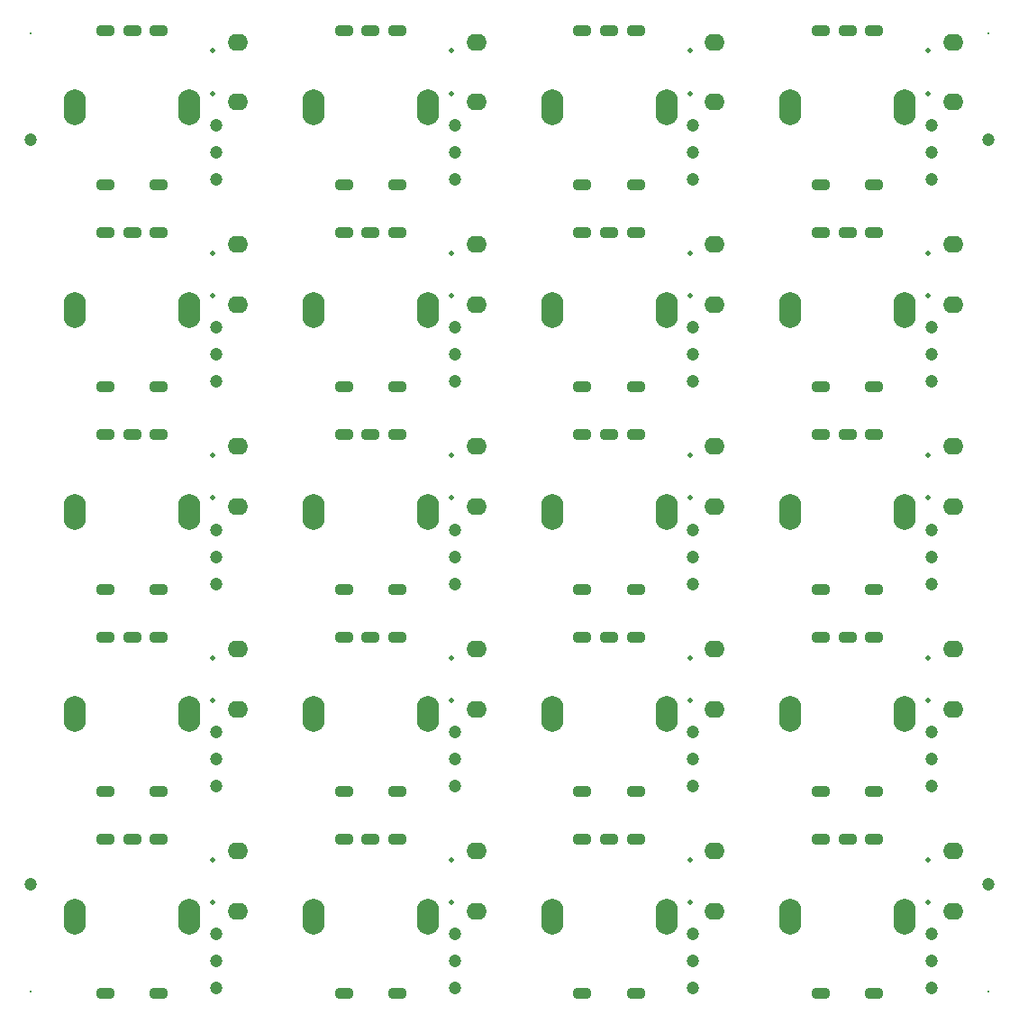
<source format=gbr>
%TF.GenerationSoftware,Altium Limited,Altium Designer,20.1.8 (145)*%
G04 Layer_Color=8388736*
%FSLAX45Y45*%
%MOMM*%
%TF.SameCoordinates,31433496-A159-4958-A2C2-D52C18178038*%
%TF.FilePolarity,Negative*%
%TF.FileFunction,Soldermask,Top*%
%TF.Part,CustomerPanel*%
G01*
G75*
%TA.AperFunction,SMDPad,CuDef*%
%ADD36C,1.20320*%
%TA.AperFunction,WasherPad*%
%ADD46C,0.29600*%
%TA.AperFunction,ComponentPad*%
%ADD47C,0.50000*%
%ADD48O,1.90000X1.60000*%
G04:AMPARAMS|DCode=49|XSize=1.2mm|YSize=1.2mm|CornerRadius=0.6mm|HoleSize=0mm|Usage=FLASHONLY|Rotation=90.000|XOffset=0mm|YOffset=0mm|HoleType=Round|Shape=RoundedRectangle|*
%AMROUNDEDRECTD49*
21,1,1.20000,0.00000,0,0,90.0*
21,1,0.00000,1.20000,0,0,90.0*
1,1,1.20000,0.00000,0.00000*
1,1,1.20000,0.00000,0.00000*
1,1,1.20000,0.00000,0.00000*
1,1,1.20000,0.00000,0.00000*
%
%ADD49ROUNDEDRECTD49*%
%ADD50O,1.80000X1.10000*%
%ADD51O,2.10000X3.35000*%
G04:AMPARAMS|DCode=52|XSize=2.1mm|YSize=3.35mm|CornerRadius=1.05mm|HoleSize=0mm|Usage=FLASHONLY|Rotation=180.000|XOffset=0mm|YOffset=0mm|HoleType=Round|Shape=RoundedRectangle|*
%AMROUNDEDRECTD52*
21,1,2.10000,1.25000,0,0,180.0*
21,1,0.00000,3.35000,0,0,180.0*
1,1,2.10000,0.00000,0.62500*
1,1,2.10000,0.00000,0.62500*
1,1,2.10000,0.00000,-0.62500*
1,1,2.10000,0.00000,-0.62500*
%
%ADD52ROUNDEDRECTD52*%
D36*
X500000Y1500000D02*
D03*
X9500000D02*
D03*
X500000Y8500000D02*
D03*
X9500000D02*
D03*
D46*
X500000Y500000D02*
D03*
X9500000D02*
D03*
Y9500000D02*
D03*
X500000D02*
D03*
D47*
X2213480Y1732000D02*
D03*
Y1332000D02*
D03*
X4453480Y1732000D02*
D03*
Y1332000D02*
D03*
X6693480Y1732000D02*
D03*
Y1332000D02*
D03*
X8933480Y1732000D02*
D03*
Y1332000D02*
D03*
X2213480Y3632000D02*
D03*
Y3232000D02*
D03*
X4453480Y3632000D02*
D03*
Y3232000D02*
D03*
X6693480Y3632000D02*
D03*
Y3232000D02*
D03*
X8933480Y3632000D02*
D03*
Y3232000D02*
D03*
X2213480Y5532000D02*
D03*
Y5132000D02*
D03*
X4453480Y5532000D02*
D03*
Y5132000D02*
D03*
X6693480Y5532000D02*
D03*
Y5132000D02*
D03*
X8933480Y5532000D02*
D03*
Y5132000D02*
D03*
X2213480Y7432000D02*
D03*
Y7032000D02*
D03*
X4453480Y7432000D02*
D03*
Y7032000D02*
D03*
X6693480Y7432000D02*
D03*
Y7032000D02*
D03*
X8933480Y7432000D02*
D03*
Y7032000D02*
D03*
X2213480Y9332000D02*
D03*
Y8932000D02*
D03*
X4453480Y9332000D02*
D03*
Y8932000D02*
D03*
X6693480Y9332000D02*
D03*
Y8932000D02*
D03*
X8933480Y9332000D02*
D03*
Y8932000D02*
D03*
D48*
X2448480Y1249000D02*
D03*
Y1815000D02*
D03*
X4688480Y1249000D02*
D03*
Y1815000D02*
D03*
X6928480Y1249000D02*
D03*
Y1815000D02*
D03*
X9168480Y1249000D02*
D03*
Y1815000D02*
D03*
X2448480Y3149000D02*
D03*
Y3715000D02*
D03*
X4688480Y3149000D02*
D03*
Y3715000D02*
D03*
X6928480Y3149000D02*
D03*
Y3715000D02*
D03*
X9168480Y3149000D02*
D03*
Y3715000D02*
D03*
X2448480Y5049000D02*
D03*
Y5615000D02*
D03*
X4688480Y5049000D02*
D03*
Y5615000D02*
D03*
X6928480Y5049000D02*
D03*
Y5615000D02*
D03*
X9168480Y5049000D02*
D03*
Y5615000D02*
D03*
X2448480Y6949000D02*
D03*
Y7515000D02*
D03*
X4688480Y6949000D02*
D03*
Y7515000D02*
D03*
X6928480Y6949000D02*
D03*
Y7515000D02*
D03*
X9168480Y6949000D02*
D03*
Y7515000D02*
D03*
X2448480Y8849000D02*
D03*
Y9415000D02*
D03*
X4688480Y8849000D02*
D03*
Y9415000D02*
D03*
X6928480Y8849000D02*
D03*
Y9415000D02*
D03*
X9168480Y8849000D02*
D03*
Y9415000D02*
D03*
D49*
X2244000Y781000D02*
D03*
Y1035000D02*
D03*
Y527000D02*
D03*
X4484000Y781000D02*
D03*
Y1035000D02*
D03*
Y527000D02*
D03*
X6724000Y781000D02*
D03*
Y1035000D02*
D03*
Y527000D02*
D03*
X8964000Y781000D02*
D03*
Y1035000D02*
D03*
Y527000D02*
D03*
X2244000Y2681000D02*
D03*
Y2935000D02*
D03*
Y2427000D02*
D03*
X4484000Y2681000D02*
D03*
Y2935000D02*
D03*
Y2427000D02*
D03*
X6724000Y2681000D02*
D03*
Y2935000D02*
D03*
Y2427000D02*
D03*
X8964000Y2681000D02*
D03*
Y2935000D02*
D03*
Y2427000D02*
D03*
X2244000Y4581000D02*
D03*
Y4835000D02*
D03*
Y4327000D02*
D03*
X4484000Y4581000D02*
D03*
Y4835000D02*
D03*
Y4327000D02*
D03*
X6724000Y4581000D02*
D03*
Y4835000D02*
D03*
Y4327000D02*
D03*
X8964000Y4581000D02*
D03*
Y4835000D02*
D03*
Y4327000D02*
D03*
X2244000Y6481000D02*
D03*
Y6735000D02*
D03*
Y6227000D02*
D03*
X4484000Y6481000D02*
D03*
Y6735000D02*
D03*
Y6227000D02*
D03*
X6724000Y6481000D02*
D03*
Y6735000D02*
D03*
Y6227000D02*
D03*
X8964000Y6481000D02*
D03*
Y6735000D02*
D03*
Y6227000D02*
D03*
X2244000Y8381000D02*
D03*
Y8635000D02*
D03*
Y8127000D02*
D03*
X4484000Y8381000D02*
D03*
Y8635000D02*
D03*
Y8127000D02*
D03*
X6724000Y8381000D02*
D03*
Y8635000D02*
D03*
Y8127000D02*
D03*
X8964000Y8381000D02*
D03*
Y8635000D02*
D03*
Y8127000D02*
D03*
D50*
X1205420Y475500D02*
D03*
X1705420D02*
D03*
X1455420Y1925500D02*
D03*
X1205420D02*
D03*
X1705420D02*
D03*
X3445420Y475500D02*
D03*
X3945420D02*
D03*
X3695420Y1925500D02*
D03*
X3445420D02*
D03*
X3945420D02*
D03*
X5685420Y475500D02*
D03*
X6185420D02*
D03*
X5935420Y1925500D02*
D03*
X5685420D02*
D03*
X6185420D02*
D03*
X7925420Y475500D02*
D03*
X8425420D02*
D03*
X8175420Y1925500D02*
D03*
X7925420D02*
D03*
X8425420D02*
D03*
X1205420Y2375500D02*
D03*
X1705420D02*
D03*
X1455420Y3825500D02*
D03*
X1205420D02*
D03*
X1705420D02*
D03*
X3445420Y2375500D02*
D03*
X3945420D02*
D03*
X3695420Y3825500D02*
D03*
X3445420D02*
D03*
X3945420D02*
D03*
X5685420Y2375500D02*
D03*
X6185420D02*
D03*
X5935420Y3825500D02*
D03*
X5685420D02*
D03*
X6185420D02*
D03*
X7925420Y2375500D02*
D03*
X8425420D02*
D03*
X8175420Y3825500D02*
D03*
X7925420D02*
D03*
X8425420D02*
D03*
X1205420Y4275500D02*
D03*
X1705420D02*
D03*
X1455420Y5725500D02*
D03*
X1205420D02*
D03*
X1705420D02*
D03*
X3445420Y4275500D02*
D03*
X3945420D02*
D03*
X3695420Y5725500D02*
D03*
X3445420D02*
D03*
X3945420D02*
D03*
X5685420Y4275500D02*
D03*
X6185420D02*
D03*
X5935420Y5725500D02*
D03*
X5685420D02*
D03*
X6185420D02*
D03*
X7925420Y4275500D02*
D03*
X8425420D02*
D03*
X8175420Y5725500D02*
D03*
X7925420D02*
D03*
X8425420D02*
D03*
X1205420Y6175500D02*
D03*
X1705420D02*
D03*
X1455420Y7625500D02*
D03*
X1205420D02*
D03*
X1705420D02*
D03*
X3445420Y6175500D02*
D03*
X3945420D02*
D03*
X3695420Y7625500D02*
D03*
X3445420D02*
D03*
X3945420D02*
D03*
X5685420Y6175500D02*
D03*
X6185420D02*
D03*
X5935420Y7625500D02*
D03*
X5685420D02*
D03*
X6185420D02*
D03*
X7925420Y6175500D02*
D03*
X8425420D02*
D03*
X8175420Y7625500D02*
D03*
X7925420D02*
D03*
X8425420D02*
D03*
X1205420Y8075500D02*
D03*
X1705420D02*
D03*
X1455420Y9525500D02*
D03*
X1205420D02*
D03*
X1705420D02*
D03*
X3445420Y8075500D02*
D03*
X3945420D02*
D03*
X3695420Y9525500D02*
D03*
X3445420D02*
D03*
X3945420D02*
D03*
X5685420Y8075500D02*
D03*
X6185420D02*
D03*
X5935420Y9525500D02*
D03*
X5685420D02*
D03*
X6185420D02*
D03*
X7925420Y8075500D02*
D03*
X8425420D02*
D03*
X8175420Y9525500D02*
D03*
X7925420D02*
D03*
X8425420D02*
D03*
D51*
X917920Y1200500D02*
D03*
X3157920D02*
D03*
X5397920D02*
D03*
X7637920D02*
D03*
X917920Y3100500D02*
D03*
X3157920D02*
D03*
X5397920D02*
D03*
X7637920D02*
D03*
X917920Y5000500D02*
D03*
X3157920D02*
D03*
X5397920D02*
D03*
X7637920D02*
D03*
X917920Y6900500D02*
D03*
X3157920D02*
D03*
X5397920D02*
D03*
X7637920D02*
D03*
X917920Y8800500D02*
D03*
X3157920D02*
D03*
X5397920D02*
D03*
X7637920D02*
D03*
D52*
X1992920Y1200500D02*
D03*
X4232920D02*
D03*
X6472920D02*
D03*
X8712920D02*
D03*
X1992920Y3100500D02*
D03*
X4232920D02*
D03*
X6472920D02*
D03*
X8712920D02*
D03*
X1992920Y5000500D02*
D03*
X4232920D02*
D03*
X6472920D02*
D03*
X8712920D02*
D03*
X1992920Y6900500D02*
D03*
X4232920D02*
D03*
X6472920D02*
D03*
X8712920D02*
D03*
X1992920Y8800500D02*
D03*
X4232920D02*
D03*
X6472920D02*
D03*
X8712920D02*
D03*
%TF.MD5,e9b1882d9382719628414b26ee3431fa*%
M02*

</source>
